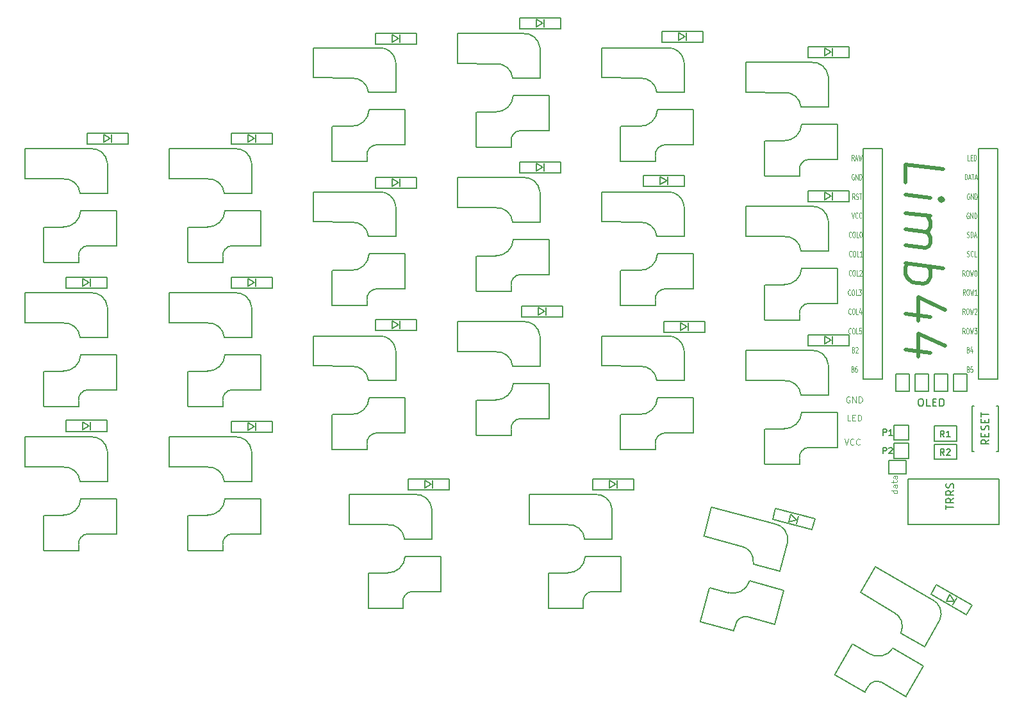
<source format=gbr>
%TF.GenerationSoftware,KiCad,Pcbnew,(5.1.7)-1*%
%TF.CreationDate,2020-11-08T23:06:54+09:00*%
%TF.ProjectId,limb44,6c696d62-3434-42e6-9b69-6361645f7063,rev?*%
%TF.SameCoordinates,Original*%
%TF.FileFunction,Legend,Top*%
%TF.FilePolarity,Positive*%
%FSLAX46Y46*%
G04 Gerber Fmt 4.6, Leading zero omitted, Abs format (unit mm)*
G04 Created by KiCad (PCBNEW (5.1.7)-1) date 2020-11-08 23:06:54*
%MOMM*%
%LPD*%
G01*
G04 APERTURE LIST*
%ADD10C,0.100000*%
%ADD11C,0.500000*%
%ADD12C,0.150000*%
%ADD13C,0.125000*%
G04 APERTURE END LIST*
D10*
X180955904Y-117747952D02*
X180155904Y-117747952D01*
X180917809Y-117747952D02*
X180955904Y-117824142D01*
X180955904Y-117976523D01*
X180917809Y-118052714D01*
X180879714Y-118090809D01*
X180803523Y-118128904D01*
X180574952Y-118128904D01*
X180498761Y-118090809D01*
X180460666Y-118052714D01*
X180422571Y-117976523D01*
X180422571Y-117824142D01*
X180460666Y-117747952D01*
X180955904Y-117024142D02*
X180536857Y-117024142D01*
X180460666Y-117062238D01*
X180422571Y-117138428D01*
X180422571Y-117290809D01*
X180460666Y-117367000D01*
X180917809Y-117024142D02*
X180955904Y-117100333D01*
X180955904Y-117290809D01*
X180917809Y-117367000D01*
X180841619Y-117405095D01*
X180765428Y-117405095D01*
X180689238Y-117367000D01*
X180651142Y-117290809D01*
X180651142Y-117100333D01*
X180613047Y-117024142D01*
X180422571Y-116757476D02*
X180422571Y-116452714D01*
X180155904Y-116643190D02*
X180841619Y-116643190D01*
X180917809Y-116605095D01*
X180955904Y-116528904D01*
X180955904Y-116452714D01*
X180955904Y-115843190D02*
X180536857Y-115843190D01*
X180460666Y-115881285D01*
X180422571Y-115957476D01*
X180422571Y-116109857D01*
X180460666Y-116186047D01*
X180917809Y-115843190D02*
X180955904Y-115919380D01*
X180955904Y-116109857D01*
X180917809Y-116186047D01*
X180841619Y-116224142D01*
X180765428Y-116224142D01*
X180689238Y-116186047D01*
X180651142Y-116109857D01*
X180651142Y-115919380D01*
X180613047Y-115843190D01*
X173939333Y-110940904D02*
X174206000Y-111740904D01*
X174472666Y-110940904D01*
X175196476Y-111664714D02*
X175158380Y-111702809D01*
X175044095Y-111740904D01*
X174967904Y-111740904D01*
X174853619Y-111702809D01*
X174777428Y-111626619D01*
X174739333Y-111550428D01*
X174701238Y-111398047D01*
X174701238Y-111283761D01*
X174739333Y-111131380D01*
X174777428Y-111055190D01*
X174853619Y-110979000D01*
X174967904Y-110940904D01*
X175044095Y-110940904D01*
X175158380Y-110979000D01*
X175196476Y-111017095D01*
X175996476Y-111664714D02*
X175958380Y-111702809D01*
X175844095Y-111740904D01*
X175767904Y-111740904D01*
X175653619Y-111702809D01*
X175577428Y-111626619D01*
X175539333Y-111550428D01*
X175501238Y-111398047D01*
X175501238Y-111283761D01*
X175539333Y-111131380D01*
X175577428Y-111055190D01*
X175653619Y-110979000D01*
X175767904Y-110940904D01*
X175844095Y-110940904D01*
X175958380Y-110979000D01*
X175996476Y-111017095D01*
X174745714Y-108565904D02*
X174364761Y-108565904D01*
X174364761Y-107765904D01*
X175012380Y-108146857D02*
X175279047Y-108146857D01*
X175393333Y-108565904D02*
X175012380Y-108565904D01*
X175012380Y-107765904D01*
X175393333Y-107765904D01*
X175736190Y-108565904D02*
X175736190Y-107765904D01*
X175926666Y-107765904D01*
X176040952Y-107804000D01*
X176117142Y-107880190D01*
X176155238Y-107956380D01*
X176193333Y-108108761D01*
X176193333Y-108223047D01*
X176155238Y-108375428D01*
X176117142Y-108451619D01*
X176040952Y-108527809D01*
X175926666Y-108565904D01*
X175736190Y-108565904D01*
X174650476Y-105391000D02*
X174574285Y-105352904D01*
X174460000Y-105352904D01*
X174345714Y-105391000D01*
X174269523Y-105467190D01*
X174231428Y-105543380D01*
X174193333Y-105695761D01*
X174193333Y-105810047D01*
X174231428Y-105962428D01*
X174269523Y-106038619D01*
X174345714Y-106114809D01*
X174460000Y-106152904D01*
X174536190Y-106152904D01*
X174650476Y-106114809D01*
X174688571Y-106076714D01*
X174688571Y-105810047D01*
X174536190Y-105810047D01*
X175031428Y-106152904D02*
X175031428Y-105352904D01*
X175488571Y-106152904D01*
X175488571Y-105352904D01*
X175869523Y-106152904D02*
X175869523Y-105352904D01*
X176060000Y-105352904D01*
X176174285Y-105391000D01*
X176250476Y-105467190D01*
X176288571Y-105543380D01*
X176326666Y-105695761D01*
X176326666Y-105810047D01*
X176288571Y-105962428D01*
X176250476Y-106038619D01*
X176174285Y-106114809D01*
X176060000Y-106152904D01*
X175869523Y-106152904D01*
D11*
X182015095Y-77023386D02*
X182015095Y-74642434D01*
X187015095Y-75267434D01*
X182015095Y-78690053D02*
X185348428Y-79106720D01*
X187015095Y-79315053D02*
X186777000Y-79047196D01*
X186538904Y-79255529D01*
X186777000Y-79523386D01*
X187015095Y-79315053D01*
X186538904Y-79255529D01*
X182015095Y-81071005D02*
X185348428Y-81487672D01*
X184872238Y-81428148D02*
X185110333Y-81696005D01*
X185348428Y-82201958D01*
X185348428Y-82916244D01*
X185110333Y-83362672D01*
X184634142Y-83541244D01*
X182015095Y-83213863D01*
X184634142Y-83541244D02*
X185110333Y-83838863D01*
X185348428Y-84344815D01*
X185348428Y-85059101D01*
X185110333Y-85505529D01*
X184634142Y-85684101D01*
X182015095Y-85356720D01*
X182015095Y-87737672D02*
X187015095Y-88362672D01*
X185110333Y-88124577D02*
X185348428Y-88630529D01*
X185348428Y-89582910D01*
X185110333Y-90029339D01*
X184872238Y-90237672D01*
X184396047Y-90416244D01*
X182967476Y-90237672D01*
X182491285Y-89940053D01*
X182253190Y-89672196D01*
X182015095Y-89166244D01*
X182015095Y-88213863D01*
X182253190Y-87767434D01*
X185348428Y-94821005D02*
X182015095Y-94404339D01*
X187253190Y-93868625D02*
X183681761Y-92231720D01*
X183681761Y-95326958D01*
X185348428Y-99582910D02*
X182015095Y-99166244D01*
X187253190Y-98630529D02*
X183681761Y-96993625D01*
X183681761Y-100088863D01*
D12*
%TO.C,SW5*%
X152785000Y-65144000D02*
X149175000Y-65144000D01*
X152785000Y-61190000D02*
X152785000Y-65135000D01*
X141885000Y-59236000D02*
X150510000Y-59236000D01*
X141885000Y-63144000D02*
X141885000Y-59236000D01*
X141885000Y-63190000D02*
X146935000Y-63236000D01*
X144410000Y-74265000D02*
X148960000Y-74265000D01*
X144410000Y-69615000D02*
X146960000Y-69615000D01*
X149260000Y-67415000D02*
X153960000Y-67415000D01*
X150185000Y-72065000D02*
X153960000Y-72065000D01*
X144385000Y-69640000D02*
X144385000Y-74240000D01*
X153960000Y-67440000D02*
X153985000Y-72040000D01*
X148965000Y-73540000D02*
X148965000Y-74240000D01*
X152774000Y-61120000D02*
G75*
G03*
X150510000Y-59236000I-2074000J-190000D01*
G01*
X149170000Y-65120000D02*
G75*
G03*
X146910000Y-63240000I-2070000J-190000D01*
G01*
X149255000Y-67440000D02*
G75*
G02*
X146885000Y-69610000I-2270000J100000D01*
G01*
X148965000Y-73490000D02*
G75*
G02*
X150185000Y-72070000I1320000J100000D01*
G01*
%TO.C,P1*%
X180483000Y-109109000D02*
X180483000Y-111109000D01*
X180483000Y-111109000D02*
X182483000Y-111109000D01*
X182483000Y-111109000D02*
X182483000Y-109109000D01*
X182483000Y-109109000D02*
X180483000Y-109109000D01*
%TO.C,P2*%
X182483000Y-111522000D02*
X180483000Y-111522000D01*
X182483000Y-113522000D02*
X182483000Y-111522000D01*
X180483000Y-113522000D02*
X182483000Y-113522000D01*
X180483000Y-111522000D02*
X180483000Y-113522000D01*
%TO.C,JP1*%
X179832000Y-113792000D02*
X182118000Y-113792000D01*
X182118000Y-113792000D02*
X182118000Y-115570000D01*
X182118000Y-115570000D02*
X179832000Y-115570000D01*
X179832000Y-115570000D02*
X179832000Y-113792000D01*
%TO.C,SW1*%
X72765000Y-86865000D02*
X72765000Y-87565000D01*
X77760000Y-80765000D02*
X77785000Y-85365000D01*
X68185000Y-82965000D02*
X68185000Y-87565000D01*
X73985000Y-85390000D02*
X77760000Y-85390000D01*
X73060000Y-80740000D02*
X77760000Y-80740000D01*
X68210000Y-82940000D02*
X70760000Y-82940000D01*
X68210000Y-87590000D02*
X72760000Y-87590000D01*
X65685000Y-76515000D02*
X70735000Y-76561000D01*
X65685000Y-76469000D02*
X65685000Y-72561000D01*
X65685000Y-72561000D02*
X74310000Y-72561000D01*
X76585000Y-74515000D02*
X76585000Y-78460000D01*
X76585000Y-78469000D02*
X72975000Y-78469000D01*
X72765000Y-86815000D02*
G75*
G02*
X73985000Y-85395000I1320000J100000D01*
G01*
X73055000Y-80765000D02*
G75*
G02*
X70685000Y-82935000I-2270000J100000D01*
G01*
X72970000Y-78445000D02*
G75*
G03*
X70710000Y-76565000I-2070000J-190000D01*
G01*
X76574000Y-74445000D02*
G75*
G03*
X74310000Y-72561000I-2074000J-190000D01*
G01*
%TO.C,SW18*%
X171835000Y-105139000D02*
X168225000Y-105139000D01*
X171835000Y-101185000D02*
X171835000Y-105130000D01*
X160935000Y-99231000D02*
X169560000Y-99231000D01*
X160935000Y-103139000D02*
X160935000Y-99231000D01*
X160935000Y-103185000D02*
X165985000Y-103231000D01*
X163460000Y-114260000D02*
X168010000Y-114260000D01*
X163460000Y-109610000D02*
X166010000Y-109610000D01*
X168310000Y-107410000D02*
X173010000Y-107410000D01*
X169235000Y-112060000D02*
X173010000Y-112060000D01*
X163435000Y-109635000D02*
X163435000Y-114235000D01*
X173010000Y-107435000D02*
X173035000Y-112035000D01*
X168015000Y-113535000D02*
X168015000Y-114235000D01*
X171824000Y-101115000D02*
G75*
G03*
X169560000Y-99231000I-2074000J-190000D01*
G01*
X168220000Y-105115000D02*
G75*
G03*
X165960000Y-103235000I-2070000J-190000D01*
G01*
X168305000Y-107435000D02*
G75*
G02*
X165935000Y-109605000I-2270000J100000D01*
G01*
X168015000Y-113485000D02*
G75*
G02*
X169235000Y-112065000I1320000J100000D01*
G01*
%TO.C,SW22*%
X177034538Y-143775191D02*
X176684538Y-144381408D01*
X184410335Y-140989936D02*
X182131985Y-144986152D01*
X175018142Y-138107691D02*
X172718142Y-142091408D01*
X178828589Y-143107803D02*
X182097835Y-144995303D01*
X180352515Y-138618285D02*
X184422835Y-140968285D01*
X175052292Y-138098541D02*
X177260657Y-139373541D01*
X172727292Y-142125559D02*
X176667708Y-144400559D01*
X176078078Y-131271828D02*
X180428506Y-133836665D01*
X176101078Y-131231990D02*
X178055078Y-127847563D01*
X178055078Y-127847563D02*
X185524547Y-132160063D01*
X186517755Y-134989777D02*
X184545255Y-138406247D01*
X184540755Y-138414041D02*
X181414403Y-136609041D01*
X177059537Y-143731889D02*
G75*
G02*
X178826089Y-143112133I1193154J-573398D01*
G01*
X180335686Y-138637436D02*
G75*
G02*
X177198205Y-139331711I-1915878J1221603D01*
G01*
X181422073Y-136585756D02*
G75*
G03*
X180404856Y-133827629I-1887672J870455D01*
G01*
X186543229Y-134923655D02*
G75*
G03*
X185524547Y-132160063I-1891137J872455D01*
G01*
%TO.C,SW12*%
X171835000Y-86089000D02*
X168225000Y-86089000D01*
X171835000Y-82135000D02*
X171835000Y-86080000D01*
X160935000Y-80181000D02*
X169560000Y-80181000D01*
X160935000Y-84089000D02*
X160935000Y-80181000D01*
X160935000Y-84135000D02*
X165985000Y-84181000D01*
X163460000Y-95210000D02*
X168010000Y-95210000D01*
X163460000Y-90560000D02*
X166010000Y-90560000D01*
X168310000Y-88360000D02*
X173010000Y-88360000D01*
X169235000Y-93010000D02*
X173010000Y-93010000D01*
X163435000Y-90585000D02*
X163435000Y-95185000D01*
X173010000Y-88385000D02*
X173035000Y-92985000D01*
X168015000Y-94485000D02*
X168015000Y-95185000D01*
X171824000Y-82065000D02*
G75*
G03*
X169560000Y-80181000I-2074000J-190000D01*
G01*
X168220000Y-86065000D02*
G75*
G03*
X165960000Y-84185000I-2070000J-190000D01*
G01*
X168305000Y-88385000D02*
G75*
G02*
X165935000Y-90555000I-2270000J100000D01*
G01*
X168015000Y-94435000D02*
G75*
G02*
X169235000Y-93015000I1320000J100000D01*
G01*
%TO.C,SW4*%
X133735000Y-63249000D02*
X130125000Y-63249000D01*
X133735000Y-59295000D02*
X133735000Y-63240000D01*
X122835000Y-57341000D02*
X131460000Y-57341000D01*
X122835000Y-61249000D02*
X122835000Y-57341000D01*
X122835000Y-61295000D02*
X127885000Y-61341000D01*
X125360000Y-72370000D02*
X129910000Y-72370000D01*
X125360000Y-67720000D02*
X127910000Y-67720000D01*
X130210000Y-65520000D02*
X134910000Y-65520000D01*
X131135000Y-70170000D02*
X134910000Y-70170000D01*
X125335000Y-67745000D02*
X125335000Y-72345000D01*
X134910000Y-65545000D02*
X134935000Y-70145000D01*
X129915000Y-71645000D02*
X129915000Y-72345000D01*
X133724000Y-59225000D02*
G75*
G03*
X131460000Y-57341000I-2074000J-190000D01*
G01*
X130120000Y-63225000D02*
G75*
G03*
X127860000Y-61345000I-2070000J-190000D01*
G01*
X130205000Y-65545000D02*
G75*
G02*
X127835000Y-67715000I-2270000J100000D01*
G01*
X129915000Y-71595000D02*
G75*
G02*
X131135000Y-70175000I1320000J100000D01*
G01*
%TO.C,SW13*%
X76585000Y-116569000D02*
X72975000Y-116569000D01*
X76585000Y-112615000D02*
X76585000Y-116560000D01*
X65685000Y-110661000D02*
X74310000Y-110661000D01*
X65685000Y-114569000D02*
X65685000Y-110661000D01*
X65685000Y-114615000D02*
X70735000Y-114661000D01*
X68210000Y-125690000D02*
X72760000Y-125690000D01*
X68210000Y-121040000D02*
X70760000Y-121040000D01*
X73060000Y-118840000D02*
X77760000Y-118840000D01*
X73985000Y-123490000D02*
X77760000Y-123490000D01*
X68185000Y-121065000D02*
X68185000Y-125665000D01*
X77760000Y-118865000D02*
X77785000Y-123465000D01*
X72765000Y-124965000D02*
X72765000Y-125665000D01*
X76574000Y-112545000D02*
G75*
G03*
X74310000Y-110661000I-2074000J-190000D01*
G01*
X72970000Y-116545000D02*
G75*
G03*
X70710000Y-114665000I-2070000J-190000D01*
G01*
X73055000Y-118865000D02*
G75*
G02*
X70685000Y-121035000I-2270000J100000D01*
G01*
X72765000Y-124915000D02*
G75*
G02*
X73985000Y-123495000I1320000J100000D01*
G01*
%TO.C,D11*%
X150614000Y-77325000D02*
X150614000Y-76325000D01*
X150514000Y-76825000D02*
X149614000Y-77325000D01*
X149614000Y-76325000D02*
X150514000Y-76825000D01*
X149614000Y-77325000D02*
X149614000Y-76325000D01*
X147414000Y-77575000D02*
X147414000Y-76075000D01*
X152814000Y-77575000D02*
X152814000Y-76075000D01*
X147414000Y-77575000D02*
X152814000Y-77575000D01*
X152814000Y-76075000D02*
X147414000Y-76075000D01*
%TO.C,SW11*%
X148965000Y-92590000D02*
X148965000Y-93290000D01*
X153960000Y-86490000D02*
X153985000Y-91090000D01*
X144385000Y-88690000D02*
X144385000Y-93290000D01*
X150185000Y-91115000D02*
X153960000Y-91115000D01*
X149260000Y-86465000D02*
X153960000Y-86465000D01*
X144410000Y-88665000D02*
X146960000Y-88665000D01*
X144410000Y-93315000D02*
X148960000Y-93315000D01*
X141885000Y-82240000D02*
X146935000Y-82286000D01*
X141885000Y-82194000D02*
X141885000Y-78286000D01*
X141885000Y-78286000D02*
X150510000Y-78286000D01*
X152785000Y-80240000D02*
X152785000Y-84185000D01*
X152785000Y-84194000D02*
X149175000Y-84194000D01*
X148965000Y-92540000D02*
G75*
G02*
X150185000Y-91120000I1320000J100000D01*
G01*
X149255000Y-86490000D02*
G75*
G02*
X146885000Y-88660000I-2270000J100000D01*
G01*
X149170000Y-84170000D02*
G75*
G03*
X146910000Y-82290000I-2070000J-190000D01*
G01*
X152774000Y-80170000D02*
G75*
G03*
X150510000Y-78286000I-2074000J-190000D01*
G01*
%TO.C,SW8*%
X95635000Y-97519000D02*
X92025000Y-97519000D01*
X95635000Y-93565000D02*
X95635000Y-97510000D01*
X84735000Y-91611000D02*
X93360000Y-91611000D01*
X84735000Y-95519000D02*
X84735000Y-91611000D01*
X84735000Y-95565000D02*
X89785000Y-95611000D01*
X87260000Y-106640000D02*
X91810000Y-106640000D01*
X87260000Y-101990000D02*
X89810000Y-101990000D01*
X92110000Y-99790000D02*
X96810000Y-99790000D01*
X93035000Y-104440000D02*
X96810000Y-104440000D01*
X87235000Y-102015000D02*
X87235000Y-106615000D01*
X96810000Y-99815000D02*
X96835000Y-104415000D01*
X91815000Y-105915000D02*
X91815000Y-106615000D01*
X95624000Y-93495000D02*
G75*
G03*
X93360000Y-91611000I-2074000J-190000D01*
G01*
X92020000Y-97495000D02*
G75*
G03*
X89760000Y-95615000I-2070000J-190000D01*
G01*
X92105000Y-99815000D02*
G75*
G02*
X89735000Y-101985000I-2270000J100000D01*
G01*
X91815000Y-105865000D02*
G75*
G02*
X93035000Y-104445000I1320000J100000D01*
G01*
%TO.C,SW7*%
X72765000Y-105915000D02*
X72765000Y-106615000D01*
X77760000Y-99815000D02*
X77785000Y-104415000D01*
X68185000Y-102015000D02*
X68185000Y-106615000D01*
X73985000Y-104440000D02*
X77760000Y-104440000D01*
X73060000Y-99790000D02*
X77760000Y-99790000D01*
X68210000Y-101990000D02*
X70760000Y-101990000D01*
X68210000Y-106640000D02*
X72760000Y-106640000D01*
X65685000Y-95565000D02*
X70735000Y-95611000D01*
X65685000Y-95519000D02*
X65685000Y-91611000D01*
X65685000Y-91611000D02*
X74310000Y-91611000D01*
X76585000Y-93565000D02*
X76585000Y-97510000D01*
X76585000Y-97519000D02*
X72975000Y-97519000D01*
X72765000Y-105865000D02*
G75*
G02*
X73985000Y-104445000I1320000J100000D01*
G01*
X73055000Y-99815000D02*
G75*
G02*
X70685000Y-101985000I-2270000J100000D01*
G01*
X72970000Y-97495000D02*
G75*
G03*
X70710000Y-95615000I-2070000J-190000D01*
G01*
X76574000Y-93495000D02*
G75*
G03*
X74310000Y-91611000I-2074000J-190000D01*
G01*
%TO.C,J1*%
X194387000Y-116253000D02*
X194387000Y-122253000D01*
X194387000Y-122253000D02*
X182387000Y-122253000D01*
X182387000Y-122253000D02*
X182387000Y-116253000D01*
X182387000Y-116253000D02*
X194387000Y-116253000D01*
%TO.C,RSW1*%
X190837000Y-106601000D02*
X191087000Y-106601000D01*
X190837000Y-112601000D02*
X190837000Y-106601000D01*
X190837000Y-112601000D02*
X191087000Y-112601000D01*
X194337000Y-112601000D02*
X194087000Y-112601000D01*
X194337000Y-106601000D02*
X194087000Y-106601000D01*
X194337000Y-112601000D02*
X194337000Y-106601000D01*
%TO.C,SW2*%
X95635000Y-78469000D02*
X92025000Y-78469000D01*
X95635000Y-74515000D02*
X95635000Y-78460000D01*
X84735000Y-72561000D02*
X93360000Y-72561000D01*
X84735000Y-76469000D02*
X84735000Y-72561000D01*
X84735000Y-76515000D02*
X89785000Y-76561000D01*
X87260000Y-87590000D02*
X91810000Y-87590000D01*
X87260000Y-82940000D02*
X89810000Y-82940000D01*
X92110000Y-80740000D02*
X96810000Y-80740000D01*
X93035000Y-85390000D02*
X96810000Y-85390000D01*
X87235000Y-82965000D02*
X87235000Y-87565000D01*
X96810000Y-80765000D02*
X96835000Y-85365000D01*
X91815000Y-86865000D02*
X91815000Y-87565000D01*
X95624000Y-74445000D02*
G75*
G03*
X93360000Y-72561000I-2074000J-190000D01*
G01*
X92020000Y-78445000D02*
G75*
G03*
X89760000Y-76565000I-2070000J-190000D01*
G01*
X92105000Y-80765000D02*
G75*
G02*
X89735000Y-82935000I-2270000J100000D01*
G01*
X91815000Y-86815000D02*
G75*
G02*
X93035000Y-85395000I1320000J100000D01*
G01*
%TO.C,SW3*%
X114685000Y-65144000D02*
X111075000Y-65144000D01*
X114685000Y-61190000D02*
X114685000Y-65135000D01*
X103785000Y-59236000D02*
X112410000Y-59236000D01*
X103785000Y-63144000D02*
X103785000Y-59236000D01*
X103785000Y-63190000D02*
X108835000Y-63236000D01*
X106310000Y-74265000D02*
X110860000Y-74265000D01*
X106310000Y-69615000D02*
X108860000Y-69615000D01*
X111160000Y-67415000D02*
X115860000Y-67415000D01*
X112085000Y-72065000D02*
X115860000Y-72065000D01*
X106285000Y-69640000D02*
X106285000Y-74240000D01*
X115860000Y-67440000D02*
X115885000Y-72040000D01*
X110865000Y-73540000D02*
X110865000Y-74240000D01*
X114674000Y-61120000D02*
G75*
G03*
X112410000Y-59236000I-2074000J-190000D01*
G01*
X111070000Y-65120000D02*
G75*
G03*
X108810000Y-63240000I-2070000J-190000D01*
G01*
X111155000Y-67440000D02*
G75*
G02*
X108785000Y-69610000I-2270000J100000D01*
G01*
X110865000Y-73490000D02*
G75*
G02*
X112085000Y-72070000I1320000J100000D01*
G01*
%TO.C,SW6*%
X168015000Y-75455000D02*
X168015000Y-76155000D01*
X173010000Y-69355000D02*
X173035000Y-73955000D01*
X163435000Y-71555000D02*
X163435000Y-76155000D01*
X169235000Y-73980000D02*
X173010000Y-73980000D01*
X168310000Y-69330000D02*
X173010000Y-69330000D01*
X163460000Y-71530000D02*
X166010000Y-71530000D01*
X163460000Y-76180000D02*
X168010000Y-76180000D01*
X160935000Y-65105000D02*
X165985000Y-65151000D01*
X160935000Y-65059000D02*
X160935000Y-61151000D01*
X160935000Y-61151000D02*
X169560000Y-61151000D01*
X171835000Y-63105000D02*
X171835000Y-67050000D01*
X171835000Y-67059000D02*
X168225000Y-67059000D01*
X168015000Y-75405000D02*
G75*
G02*
X169235000Y-73985000I1320000J100000D01*
G01*
X168305000Y-69355000D02*
G75*
G02*
X165935000Y-71525000I-2270000J100000D01*
G01*
X168220000Y-67035000D02*
G75*
G03*
X165960000Y-65155000I-2070000J-190000D01*
G01*
X171824000Y-63035000D02*
G75*
G03*
X169560000Y-61151000I-2074000J-190000D01*
G01*
%TO.C,SW9*%
X110865000Y-92590000D02*
X110865000Y-93290000D01*
X115860000Y-86490000D02*
X115885000Y-91090000D01*
X106285000Y-88690000D02*
X106285000Y-93290000D01*
X112085000Y-91115000D02*
X115860000Y-91115000D01*
X111160000Y-86465000D02*
X115860000Y-86465000D01*
X106310000Y-88665000D02*
X108860000Y-88665000D01*
X106310000Y-93315000D02*
X110860000Y-93315000D01*
X103785000Y-82240000D02*
X108835000Y-82286000D01*
X103785000Y-82194000D02*
X103785000Y-78286000D01*
X103785000Y-78286000D02*
X112410000Y-78286000D01*
X114685000Y-80240000D02*
X114685000Y-84185000D01*
X114685000Y-84194000D02*
X111075000Y-84194000D01*
X110865000Y-92540000D02*
G75*
G02*
X112085000Y-91120000I1320000J100000D01*
G01*
X111155000Y-86490000D02*
G75*
G02*
X108785000Y-88660000I-2270000J100000D01*
G01*
X111070000Y-84170000D02*
G75*
G03*
X108810000Y-82290000I-2070000J-190000D01*
G01*
X114674000Y-80170000D02*
G75*
G03*
X112410000Y-78286000I-2074000J-190000D01*
G01*
%TO.C,SW10*%
X129915000Y-90675000D02*
X129915000Y-91375000D01*
X134910000Y-84575000D02*
X134935000Y-89175000D01*
X125335000Y-86775000D02*
X125335000Y-91375000D01*
X131135000Y-89200000D02*
X134910000Y-89200000D01*
X130210000Y-84550000D02*
X134910000Y-84550000D01*
X125360000Y-86750000D02*
X127910000Y-86750000D01*
X125360000Y-91400000D02*
X129910000Y-91400000D01*
X122835000Y-80325000D02*
X127885000Y-80371000D01*
X122835000Y-80279000D02*
X122835000Y-76371000D01*
X122835000Y-76371000D02*
X131460000Y-76371000D01*
X133735000Y-78325000D02*
X133735000Y-82270000D01*
X133735000Y-82279000D02*
X130125000Y-82279000D01*
X129915000Y-90625000D02*
G75*
G02*
X131135000Y-89205000I1320000J100000D01*
G01*
X130205000Y-84575000D02*
G75*
G02*
X127835000Y-86745000I-2270000J100000D01*
G01*
X130120000Y-82255000D02*
G75*
G03*
X127860000Y-80375000I-2070000J-190000D01*
G01*
X133724000Y-78255000D02*
G75*
G03*
X131460000Y-76371000I-2074000J-190000D01*
G01*
%TO.C,SW14*%
X91815000Y-124965000D02*
X91815000Y-125665000D01*
X96810000Y-118865000D02*
X96835000Y-123465000D01*
X87235000Y-121065000D02*
X87235000Y-125665000D01*
X93035000Y-123490000D02*
X96810000Y-123490000D01*
X92110000Y-118840000D02*
X96810000Y-118840000D01*
X87260000Y-121040000D02*
X89810000Y-121040000D01*
X87260000Y-125690000D02*
X91810000Y-125690000D01*
X84735000Y-114615000D02*
X89785000Y-114661000D01*
X84735000Y-114569000D02*
X84735000Y-110661000D01*
X84735000Y-110661000D02*
X93360000Y-110661000D01*
X95635000Y-112615000D02*
X95635000Y-116560000D01*
X95635000Y-116569000D02*
X92025000Y-116569000D01*
X91815000Y-124915000D02*
G75*
G02*
X93035000Y-123495000I1320000J100000D01*
G01*
X92105000Y-118865000D02*
G75*
G02*
X89735000Y-121035000I-2270000J100000D01*
G01*
X92020000Y-116545000D02*
G75*
G03*
X89760000Y-114665000I-2070000J-190000D01*
G01*
X95624000Y-112545000D02*
G75*
G03*
X93360000Y-110661000I-2074000J-190000D01*
G01*
%TO.C,SW15*%
X114685000Y-103244000D02*
X111075000Y-103244000D01*
X114685000Y-99290000D02*
X114685000Y-103235000D01*
X103785000Y-97336000D02*
X112410000Y-97336000D01*
X103785000Y-101244000D02*
X103785000Y-97336000D01*
X103785000Y-101290000D02*
X108835000Y-101336000D01*
X106310000Y-112365000D02*
X110860000Y-112365000D01*
X106310000Y-107715000D02*
X108860000Y-107715000D01*
X111160000Y-105515000D02*
X115860000Y-105515000D01*
X112085000Y-110165000D02*
X115860000Y-110165000D01*
X106285000Y-107740000D02*
X106285000Y-112340000D01*
X115860000Y-105540000D02*
X115885000Y-110140000D01*
X110865000Y-111640000D02*
X110865000Y-112340000D01*
X114674000Y-99220000D02*
G75*
G03*
X112410000Y-97336000I-2074000J-190000D01*
G01*
X111070000Y-103220000D02*
G75*
G03*
X108810000Y-101340000I-2070000J-190000D01*
G01*
X111155000Y-105540000D02*
G75*
G02*
X108785000Y-107710000I-2270000J100000D01*
G01*
X110865000Y-111590000D02*
G75*
G02*
X112085000Y-110170000I1320000J100000D01*
G01*
%TO.C,SW16*%
X129915000Y-109725000D02*
X129915000Y-110425000D01*
X134910000Y-103625000D02*
X134935000Y-108225000D01*
X125335000Y-105825000D02*
X125335000Y-110425000D01*
X131135000Y-108250000D02*
X134910000Y-108250000D01*
X130210000Y-103600000D02*
X134910000Y-103600000D01*
X125360000Y-105800000D02*
X127910000Y-105800000D01*
X125360000Y-110450000D02*
X129910000Y-110450000D01*
X122835000Y-99375000D02*
X127885000Y-99421000D01*
X122835000Y-99329000D02*
X122835000Y-95421000D01*
X122835000Y-95421000D02*
X131460000Y-95421000D01*
X133735000Y-97375000D02*
X133735000Y-101320000D01*
X133735000Y-101329000D02*
X130125000Y-101329000D01*
X129915000Y-109675000D02*
G75*
G02*
X131135000Y-108255000I1320000J100000D01*
G01*
X130205000Y-103625000D02*
G75*
G02*
X127835000Y-105795000I-2270000J100000D01*
G01*
X130120000Y-101305000D02*
G75*
G03*
X127860000Y-99425000I-2070000J-190000D01*
G01*
X133724000Y-97305000D02*
G75*
G03*
X131460000Y-95421000I-2074000J-190000D01*
G01*
%TO.C,SW17*%
X148965000Y-111640000D02*
X148965000Y-112340000D01*
X153960000Y-105540000D02*
X153985000Y-110140000D01*
X144385000Y-107740000D02*
X144385000Y-112340000D01*
X150185000Y-110165000D02*
X153960000Y-110165000D01*
X149260000Y-105515000D02*
X153960000Y-105515000D01*
X144410000Y-107715000D02*
X146960000Y-107715000D01*
X144410000Y-112365000D02*
X148960000Y-112365000D01*
X141885000Y-101290000D02*
X146935000Y-101336000D01*
X141885000Y-101244000D02*
X141885000Y-97336000D01*
X141885000Y-97336000D02*
X150510000Y-97336000D01*
X152785000Y-99290000D02*
X152785000Y-103235000D01*
X152785000Y-103244000D02*
X149175000Y-103244000D01*
X148965000Y-111590000D02*
G75*
G02*
X150185000Y-110170000I1320000J100000D01*
G01*
X149255000Y-105540000D02*
G75*
G02*
X146885000Y-107710000I-2270000J100000D01*
G01*
X149170000Y-103220000D02*
G75*
G03*
X146910000Y-101340000I-2070000J-190000D01*
G01*
X152774000Y-99220000D02*
G75*
G03*
X150510000Y-97336000I-2074000J-190000D01*
G01*
%TO.C,SW19*%
X115620000Y-132585000D02*
X115620000Y-133285000D01*
X120615000Y-126485000D02*
X120639999Y-131085000D01*
X111040000Y-128684999D02*
X111040000Y-133285000D01*
X116840000Y-131110000D02*
X120615000Y-131110000D01*
X115915000Y-126460000D02*
X120615000Y-126460000D01*
X111065000Y-128660000D02*
X113615000Y-128660000D01*
X111065000Y-133310000D02*
X115615000Y-133310000D01*
X108540000Y-122235000D02*
X113590000Y-122281000D01*
X108540000Y-122189000D02*
X108540000Y-118281000D01*
X108540000Y-118281000D02*
X117165000Y-118281000D01*
X119440000Y-120235000D02*
X119440000Y-124180000D01*
X119440000Y-124189000D02*
X115830000Y-124189000D01*
X115620000Y-132535000D02*
G75*
G02*
X116840000Y-131115000I1320000J100000D01*
G01*
X115910000Y-126485000D02*
G75*
G02*
X113540000Y-128655000I-2270000J100000D01*
G01*
X115824999Y-124164999D02*
G75*
G03*
X113565000Y-122285000I-2069999J-190000D01*
G01*
X119429000Y-120165000D02*
G75*
G03*
X117165000Y-118281000I-2074000J-190000D01*
G01*
%TO.C,SW20*%
X139430000Y-132585000D02*
X139430000Y-133285000D01*
X144425000Y-126485000D02*
X144450000Y-131085000D01*
X134850000Y-128685000D02*
X134850000Y-133285000D01*
X140650000Y-131110000D02*
X144425000Y-131110000D01*
X139725000Y-126460000D02*
X144425000Y-126460000D01*
X134875000Y-128660000D02*
X137425000Y-128660000D01*
X134875000Y-133310000D02*
X139425000Y-133310000D01*
X132350000Y-122235000D02*
X137400000Y-122281000D01*
X132350000Y-122189000D02*
X132350000Y-118281000D01*
X132350000Y-118281000D02*
X140975000Y-118281000D01*
X143250000Y-120235000D02*
X143250000Y-124180000D01*
X143250000Y-124189000D02*
X139640000Y-124189000D01*
X139430000Y-132535000D02*
G75*
G02*
X140650000Y-131115000I1320000J100000D01*
G01*
X139720000Y-126485000D02*
G75*
G02*
X137350000Y-128655000I-2270000J100000D01*
G01*
X139635000Y-124165000D02*
G75*
G03*
X137375000Y-122285000I-2070000J-190000D01*
G01*
X143239000Y-120165000D02*
G75*
G03*
X140975000Y-118281000I-2074000J-190000D01*
G01*
%TO.C,SW21*%
X165409049Y-128463327D02*
X161922057Y-127528990D01*
X166432420Y-124644056D02*
X165411379Y-128454633D01*
X156409561Y-119935509D02*
X164740671Y-122167824D01*
X155398096Y-123710347D02*
X156409561Y-119935509D01*
X155386190Y-123754780D02*
X160252210Y-125106249D01*
X154958732Y-135105927D02*
X159353695Y-136283553D01*
X156162241Y-130614372D02*
X158625352Y-131274360D01*
X161416383Y-129744607D02*
X165956234Y-130961057D01*
X161106356Y-134475570D02*
X164752726Y-135452612D01*
X156131622Y-130632049D02*
X154941054Y-135075308D01*
X165949764Y-130985205D02*
X164783344Y-135434934D01*
X159546168Y-135584551D02*
X159364995Y-136260699D01*
X166439911Y-124573594D02*
G75*
G03*
X164740671Y-122167824I-2052505J353265D01*
G01*
X161923439Y-127504514D02*
G75*
G03*
X160227027Y-125103642I-2048642J352230D01*
G01*
X161405083Y-129767461D02*
G75*
G02*
X158554201Y-131250119I-2166770J684112D01*
G01*
X159559109Y-135536254D02*
G75*
G02*
X161105062Y-134480399I1300904J-245049D01*
G01*
%TO.C,U1*%
X176459400Y-72517000D02*
X178999400Y-72517000D01*
X178999400Y-72517000D02*
X178999400Y-102997000D01*
X178999400Y-102997000D02*
X176459400Y-102997000D01*
X176459400Y-102997000D02*
X176459400Y-72517000D01*
X191679400Y-72517000D02*
X194219400Y-72517000D01*
X194219400Y-72517000D02*
X194219400Y-102997000D01*
X194219400Y-102997000D02*
X191679400Y-102997000D01*
X191679400Y-102997000D02*
X191679400Y-72517000D01*
%TO.C,D1*%
X79284000Y-70487000D02*
X73884000Y-70487000D01*
X73884000Y-71987000D02*
X79284000Y-71987000D01*
X79284000Y-71987000D02*
X79284000Y-70487000D01*
X73884000Y-71987000D02*
X73884000Y-70487000D01*
X76084000Y-71737000D02*
X76084000Y-70737000D01*
X76084000Y-70737000D02*
X76984000Y-71237000D01*
X76984000Y-71237000D02*
X76084000Y-71737000D01*
X77084000Y-71737000D02*
X77084000Y-70737000D01*
%TO.C,D2*%
X98334000Y-70487000D02*
X92934000Y-70487000D01*
X92934000Y-71987000D02*
X98334000Y-71987000D01*
X98334000Y-71987000D02*
X98334000Y-70487000D01*
X92934000Y-71987000D02*
X92934000Y-70487000D01*
X95134000Y-71737000D02*
X95134000Y-70737000D01*
X95134000Y-70737000D02*
X96034000Y-71237000D01*
X96034000Y-71237000D02*
X95134000Y-71737000D01*
X96134000Y-71737000D02*
X96134000Y-70737000D01*
%TO.C,D3*%
X115181000Y-58529000D02*
X115181000Y-57529000D01*
X115081000Y-58029000D02*
X114181000Y-58529000D01*
X114181000Y-57529000D02*
X115081000Y-58029000D01*
X114181000Y-58529000D02*
X114181000Y-57529000D01*
X111981000Y-58779000D02*
X111981000Y-57279000D01*
X117381000Y-58779000D02*
X117381000Y-57279000D01*
X111981000Y-58779000D02*
X117381000Y-58779000D01*
X117381000Y-57279000D02*
X111981000Y-57279000D01*
%TO.C,D4*%
X134234000Y-56497000D02*
X134234000Y-55497000D01*
X134134000Y-55997000D02*
X133234000Y-56497000D01*
X133234000Y-55497000D02*
X134134000Y-55997000D01*
X133234000Y-56497000D02*
X133234000Y-55497000D01*
X131034000Y-56747000D02*
X131034000Y-55247000D01*
X136434000Y-56747000D02*
X136434000Y-55247000D01*
X131034000Y-56747000D02*
X136434000Y-56747000D01*
X136434000Y-55247000D02*
X131034000Y-55247000D01*
%TO.C,D5*%
X153027000Y-58275000D02*
X153027000Y-57275000D01*
X152927000Y-57775000D02*
X152027000Y-58275000D01*
X152027000Y-57275000D02*
X152927000Y-57775000D01*
X152027000Y-58275000D02*
X152027000Y-57275000D01*
X149827000Y-58525000D02*
X149827000Y-57025000D01*
X155227000Y-58525000D02*
X155227000Y-57025000D01*
X149827000Y-58525000D02*
X155227000Y-58525000D01*
X155227000Y-57025000D02*
X149827000Y-57025000D01*
%TO.C,D6*%
X172331000Y-60307000D02*
X172331000Y-59307000D01*
X172231000Y-59807000D02*
X171331000Y-60307000D01*
X171331000Y-59307000D02*
X172231000Y-59807000D01*
X171331000Y-60307000D02*
X171331000Y-59307000D01*
X169131000Y-60557000D02*
X169131000Y-59057000D01*
X174531000Y-60557000D02*
X174531000Y-59057000D01*
X169131000Y-60557000D02*
X174531000Y-60557000D01*
X174531000Y-59057000D02*
X169131000Y-59057000D01*
%TO.C,D7*%
X76487000Y-89537000D02*
X71087000Y-89537000D01*
X71087000Y-91037000D02*
X76487000Y-91037000D01*
X76487000Y-91037000D02*
X76487000Y-89537000D01*
X71087000Y-91037000D02*
X71087000Y-89537000D01*
X73287000Y-90787000D02*
X73287000Y-89787000D01*
X73287000Y-89787000D02*
X74187000Y-90287000D01*
X74187000Y-90287000D02*
X73287000Y-90787000D01*
X74287000Y-90787000D02*
X74287000Y-89787000D01*
%TO.C,D8*%
X96131000Y-90787000D02*
X96131000Y-89787000D01*
X96031000Y-90287000D02*
X95131000Y-90787000D01*
X95131000Y-89787000D02*
X96031000Y-90287000D01*
X95131000Y-90787000D02*
X95131000Y-89787000D01*
X92931000Y-91037000D02*
X92931000Y-89537000D01*
X98331000Y-91037000D02*
X98331000Y-89537000D01*
X92931000Y-91037000D02*
X98331000Y-91037000D01*
X98331000Y-89537000D02*
X92931000Y-89537000D01*
%TO.C,D9*%
X117381000Y-76329000D02*
X111981000Y-76329000D01*
X111981000Y-77829000D02*
X117381000Y-77829000D01*
X117381000Y-77829000D02*
X117381000Y-76329000D01*
X111981000Y-77829000D02*
X111981000Y-76329000D01*
X114181000Y-77579000D02*
X114181000Y-76579000D01*
X114181000Y-76579000D02*
X115081000Y-77079000D01*
X115081000Y-77079000D02*
X114181000Y-77579000D01*
X115181000Y-77579000D02*
X115181000Y-76579000D01*
%TO.C,D10*%
X134231000Y-75547000D02*
X134231000Y-74547000D01*
X134131000Y-75047000D02*
X133231000Y-75547000D01*
X133231000Y-74547000D02*
X134131000Y-75047000D01*
X133231000Y-75547000D02*
X133231000Y-74547000D01*
X131031000Y-75797000D02*
X131031000Y-74297000D01*
X136431000Y-75797000D02*
X136431000Y-74297000D01*
X131031000Y-75797000D02*
X136431000Y-75797000D01*
X136431000Y-74297000D02*
X131031000Y-74297000D01*
%TO.C,D12*%
X174531000Y-78107000D02*
X169131000Y-78107000D01*
X169131000Y-79607000D02*
X174531000Y-79607000D01*
X174531000Y-79607000D02*
X174531000Y-78107000D01*
X169131000Y-79607000D02*
X169131000Y-78107000D01*
X171331000Y-79357000D02*
X171331000Y-78357000D01*
X171331000Y-78357000D02*
X172231000Y-78857000D01*
X172231000Y-78857000D02*
X171331000Y-79357000D01*
X172331000Y-79357000D02*
X172331000Y-78357000D01*
%TO.C,D13*%
X74287000Y-109710000D02*
X74287000Y-108710000D01*
X74187000Y-109210000D02*
X73287000Y-109710000D01*
X73287000Y-108710000D02*
X74187000Y-109210000D01*
X73287000Y-109710000D02*
X73287000Y-108710000D01*
X71087000Y-109960000D02*
X71087000Y-108460000D01*
X76487000Y-109960000D02*
X76487000Y-108460000D01*
X71087000Y-109960000D02*
X76487000Y-109960000D01*
X76487000Y-108460000D02*
X71087000Y-108460000D01*
%TO.C,D14*%
X96134000Y-109837000D02*
X96134000Y-108837000D01*
X96034000Y-109337000D02*
X95134000Y-109837000D01*
X95134000Y-108837000D02*
X96034000Y-109337000D01*
X95134000Y-109837000D02*
X95134000Y-108837000D01*
X92934000Y-110087000D02*
X92934000Y-108587000D01*
X98334000Y-110087000D02*
X98334000Y-108587000D01*
X92934000Y-110087000D02*
X98334000Y-110087000D01*
X98334000Y-108587000D02*
X92934000Y-108587000D01*
%TO.C,D15*%
X117384000Y-95125000D02*
X111984000Y-95125000D01*
X111984000Y-96625000D02*
X117384000Y-96625000D01*
X117384000Y-96625000D02*
X117384000Y-95125000D01*
X111984000Y-96625000D02*
X111984000Y-95125000D01*
X114184000Y-96375000D02*
X114184000Y-95375000D01*
X114184000Y-95375000D02*
X115084000Y-95875000D01*
X115084000Y-95875000D02*
X114184000Y-96375000D01*
X115184000Y-96375000D02*
X115184000Y-95375000D01*
%TO.C,D16*%
X136685000Y-93347000D02*
X131285000Y-93347000D01*
X131285000Y-94847000D02*
X136685000Y-94847000D01*
X136685000Y-94847000D02*
X136685000Y-93347000D01*
X131285000Y-94847000D02*
X131285000Y-93347000D01*
X133485000Y-94597000D02*
X133485000Y-93597000D01*
X133485000Y-93597000D02*
X134385000Y-94097000D01*
X134385000Y-94097000D02*
X133485000Y-94597000D01*
X134485000Y-94597000D02*
X134485000Y-93597000D01*
%TO.C,D17*%
X155484000Y-95379000D02*
X150084000Y-95379000D01*
X150084000Y-96879000D02*
X155484000Y-96879000D01*
X155484000Y-96879000D02*
X155484000Y-95379000D01*
X150084000Y-96879000D02*
X150084000Y-95379000D01*
X152284000Y-96629000D02*
X152284000Y-95629000D01*
X152284000Y-95629000D02*
X153184000Y-96129000D01*
X153184000Y-96129000D02*
X152284000Y-96629000D01*
X153284000Y-96629000D02*
X153284000Y-95629000D01*
%TO.C,D18*%
X172331000Y-98407000D02*
X172331000Y-97407000D01*
X172231000Y-97907000D02*
X171331000Y-98407000D01*
X171331000Y-97407000D02*
X172231000Y-97907000D01*
X171331000Y-98407000D02*
X171331000Y-97407000D01*
X169131000Y-98657000D02*
X169131000Y-97157000D01*
X174531000Y-98657000D02*
X174531000Y-97157000D01*
X169131000Y-98657000D02*
X174531000Y-98657000D01*
X174531000Y-97157000D02*
X169131000Y-97157000D01*
%TO.C,D19*%
X121699000Y-116207000D02*
X116299000Y-116207000D01*
X116299000Y-117707000D02*
X121699000Y-117707000D01*
X121699000Y-117707000D02*
X121699000Y-116207000D01*
X116299000Y-117707000D02*
X116299000Y-116207000D01*
X118499000Y-117457000D02*
X118499000Y-116457000D01*
X118499000Y-116457000D02*
X119399000Y-116957000D01*
X119399000Y-116957000D02*
X118499000Y-117457000D01*
X119499000Y-117457000D02*
X119499000Y-116457000D01*
%TO.C,D20*%
X146086000Y-116207000D02*
X140686000Y-116207000D01*
X140686000Y-117707000D02*
X146086000Y-117707000D01*
X146086000Y-117707000D02*
X146086000Y-116207000D01*
X140686000Y-117707000D02*
X140686000Y-116207000D01*
X142886000Y-117457000D02*
X142886000Y-116457000D01*
X142886000Y-116457000D02*
X143786000Y-116957000D01*
X143786000Y-116957000D02*
X142886000Y-117457000D01*
X143886000Y-117457000D02*
X143886000Y-116457000D01*
%TO.C,D21*%
X170061114Y-121503367D02*
X164845115Y-120105744D01*
X164456886Y-121554633D02*
X169672885Y-122952256D01*
X169672885Y-122952256D02*
X170061114Y-121503367D01*
X164456886Y-121554633D02*
X164845115Y-120105744D01*
X166646628Y-121882553D02*
X166905447Y-120916628D01*
X166905447Y-120916628D02*
X167645370Y-121632528D01*
X167645370Y-121632528D02*
X166646628Y-121882553D01*
X167612553Y-122141372D02*
X167871372Y-121175447D01*
%TO.C,D22*%
X188270013Y-132880013D02*
X188770013Y-132013987D01*
X188433410Y-132397000D02*
X187403987Y-132380013D01*
X187903987Y-131513987D02*
X188433410Y-132397000D01*
X187403987Y-132380013D02*
X187903987Y-131513987D01*
X185373731Y-131496519D02*
X186123731Y-130197481D01*
X190050269Y-134196519D02*
X190800269Y-132897481D01*
X185373731Y-131496519D02*
X190050269Y-134196519D01*
X190800269Y-132897481D02*
X186123731Y-130197481D01*
%TO.C,JP2*%
X188341000Y-104640380D02*
X188341000Y-102354380D01*
X188341000Y-102354380D02*
X190119000Y-102354380D01*
X190119000Y-102354380D02*
X190119000Y-104640380D01*
X190119000Y-104640380D02*
X188341000Y-104640380D01*
%TO.C,JP3*%
X187579000Y-104648000D02*
X185801000Y-104648000D01*
X187579000Y-102362000D02*
X187579000Y-104648000D01*
X185801000Y-102362000D02*
X187579000Y-102362000D01*
X185801000Y-104648000D02*
X185801000Y-102362000D01*
%TO.C,JP4*%
X183261000Y-104648000D02*
X183261000Y-102362000D01*
X183261000Y-102362000D02*
X185039000Y-102362000D01*
X185039000Y-102362000D02*
X185039000Y-104648000D01*
X185039000Y-104648000D02*
X183261000Y-104648000D01*
%TO.C,JP5*%
X180721000Y-104648000D02*
X180721000Y-102362000D01*
X180721000Y-102362000D02*
X182499000Y-102362000D01*
X182499000Y-102362000D02*
X182499000Y-104648000D01*
X182499000Y-104648000D02*
X180721000Y-104648000D01*
%TO.C,R1*%
X185823860Y-111236760D02*
X188826140Y-111236760D01*
X185823860Y-109235240D02*
X185823860Y-111236760D01*
X188826140Y-109235240D02*
X185823860Y-109235240D01*
X188826140Y-111236760D02*
X188826140Y-109235240D01*
%TO.C,R2*%
X188826140Y-113649760D02*
X188826140Y-111648240D01*
X188826140Y-111648240D02*
X185823860Y-111648240D01*
X185823860Y-111648240D02*
X185823860Y-113649760D01*
X185823860Y-113649760D02*
X188826140Y-113649760D01*
%TO.C,P1*%
X179083076Y-110476695D02*
X179083076Y-109663895D01*
X179392714Y-109663895D01*
X179470123Y-109702600D01*
X179508828Y-109741304D01*
X179547533Y-109818714D01*
X179547533Y-109934828D01*
X179508828Y-110012238D01*
X179470123Y-110050942D01*
X179392714Y-110089647D01*
X179083076Y-110089647D01*
X180321628Y-110476695D02*
X179857171Y-110476695D01*
X180089400Y-110476695D02*
X180089400Y-109663895D01*
X180011990Y-109780009D01*
X179934580Y-109857419D01*
X179857171Y-109896123D01*
%TO.C,P2*%
X179083076Y-112889695D02*
X179083076Y-112076895D01*
X179392714Y-112076895D01*
X179470123Y-112115600D01*
X179508828Y-112154304D01*
X179547533Y-112231714D01*
X179547533Y-112347828D01*
X179508828Y-112425238D01*
X179470123Y-112463942D01*
X179392714Y-112502647D01*
X179083076Y-112502647D01*
X179857171Y-112154304D02*
X179895876Y-112115600D01*
X179973285Y-112076895D01*
X180166809Y-112076895D01*
X180244219Y-112115600D01*
X180282923Y-112154304D01*
X180321628Y-112231714D01*
X180321628Y-112309123D01*
X180282923Y-112425238D01*
X179818466Y-112889695D01*
X180321628Y-112889695D01*
%TO.C,*%
X183967619Y-105624380D02*
X184158095Y-105624380D01*
X184253333Y-105672000D01*
X184348571Y-105767238D01*
X184396190Y-105957714D01*
X184396190Y-106291047D01*
X184348571Y-106481523D01*
X184253333Y-106576761D01*
X184158095Y-106624380D01*
X183967619Y-106624380D01*
X183872380Y-106576761D01*
X183777142Y-106481523D01*
X183729523Y-106291047D01*
X183729523Y-105957714D01*
X183777142Y-105767238D01*
X183872380Y-105672000D01*
X183967619Y-105624380D01*
X185300952Y-106624380D02*
X184824761Y-106624380D01*
X184824761Y-105624380D01*
X185634285Y-106100571D02*
X185967619Y-106100571D01*
X186110476Y-106624380D02*
X185634285Y-106624380D01*
X185634285Y-105624380D01*
X186110476Y-105624380D01*
X186539047Y-106624380D02*
X186539047Y-105624380D01*
X186777142Y-105624380D01*
X186920000Y-105672000D01*
X187015238Y-105767238D01*
X187062857Y-105862476D01*
X187110476Y-106052952D01*
X187110476Y-106195809D01*
X187062857Y-106386285D01*
X187015238Y-106481523D01*
X186920000Y-106576761D01*
X186777142Y-106624380D01*
X186539047Y-106624380D01*
%TO.C,J1*%
X187389380Y-120264904D02*
X187389380Y-119693476D01*
X188389380Y-119979190D02*
X187389380Y-119979190D01*
X188389380Y-118788714D02*
X187913190Y-119122047D01*
X188389380Y-119360142D02*
X187389380Y-119360142D01*
X187389380Y-118979190D01*
X187437000Y-118883952D01*
X187484619Y-118836333D01*
X187579857Y-118788714D01*
X187722714Y-118788714D01*
X187817952Y-118836333D01*
X187865571Y-118883952D01*
X187913190Y-118979190D01*
X187913190Y-119360142D01*
X188389380Y-117788714D02*
X187913190Y-118122047D01*
X188389380Y-118360142D02*
X187389380Y-118360142D01*
X187389380Y-117979190D01*
X187437000Y-117883952D01*
X187484619Y-117836333D01*
X187579857Y-117788714D01*
X187722714Y-117788714D01*
X187817952Y-117836333D01*
X187865571Y-117883952D01*
X187913190Y-117979190D01*
X187913190Y-118360142D01*
X188341761Y-117407761D02*
X188389380Y-117264904D01*
X188389380Y-117026809D01*
X188341761Y-116931571D01*
X188294142Y-116883952D01*
X188198904Y-116836333D01*
X188103666Y-116836333D01*
X188008428Y-116883952D01*
X187960809Y-116931571D01*
X187913190Y-117026809D01*
X187865571Y-117217285D01*
X187817952Y-117312523D01*
X187770333Y-117360142D01*
X187675095Y-117407761D01*
X187579857Y-117407761D01*
X187484619Y-117360142D01*
X187437000Y-117312523D01*
X187389380Y-117217285D01*
X187389380Y-116979190D01*
X187437000Y-116836333D01*
%TO.C,RSW1*%
X193039380Y-111053380D02*
X192563190Y-111386714D01*
X193039380Y-111624809D02*
X192039380Y-111624809D01*
X192039380Y-111243857D01*
X192087000Y-111148619D01*
X192134619Y-111101000D01*
X192229857Y-111053380D01*
X192372714Y-111053380D01*
X192467952Y-111101000D01*
X192515571Y-111148619D01*
X192563190Y-111243857D01*
X192563190Y-111624809D01*
X192515571Y-110624809D02*
X192515571Y-110291476D01*
X193039380Y-110148619D02*
X193039380Y-110624809D01*
X192039380Y-110624809D01*
X192039380Y-110148619D01*
X192991761Y-109767666D02*
X193039380Y-109624809D01*
X193039380Y-109386714D01*
X192991761Y-109291476D01*
X192944142Y-109243857D01*
X192848904Y-109196238D01*
X192753666Y-109196238D01*
X192658428Y-109243857D01*
X192610809Y-109291476D01*
X192563190Y-109386714D01*
X192515571Y-109577190D01*
X192467952Y-109672428D01*
X192420333Y-109720047D01*
X192325095Y-109767666D01*
X192229857Y-109767666D01*
X192134619Y-109720047D01*
X192087000Y-109672428D01*
X192039380Y-109577190D01*
X192039380Y-109339095D01*
X192087000Y-109196238D01*
X192515571Y-108767666D02*
X192515571Y-108434333D01*
X193039380Y-108291476D02*
X193039380Y-108767666D01*
X192039380Y-108767666D01*
X192039380Y-108291476D01*
X192039380Y-108005761D02*
X192039380Y-107434333D01*
X193039380Y-107720047D02*
X192039380Y-107720047D01*
%TO.C,U1*%
D13*
X189912047Y-91906285D02*
X189745380Y-91549142D01*
X189626333Y-91906285D02*
X189626333Y-91156285D01*
X189816809Y-91156285D01*
X189864428Y-91192000D01*
X189888238Y-91227714D01*
X189912047Y-91299142D01*
X189912047Y-91406285D01*
X189888238Y-91477714D01*
X189864428Y-91513428D01*
X189816809Y-91549142D01*
X189626333Y-91549142D01*
X190221571Y-91156285D02*
X190316809Y-91156285D01*
X190364428Y-91192000D01*
X190412047Y-91263428D01*
X190435857Y-91406285D01*
X190435857Y-91656285D01*
X190412047Y-91799142D01*
X190364428Y-91870571D01*
X190316809Y-91906285D01*
X190221571Y-91906285D01*
X190173952Y-91870571D01*
X190126333Y-91799142D01*
X190102523Y-91656285D01*
X190102523Y-91406285D01*
X190126333Y-91263428D01*
X190173952Y-91192000D01*
X190221571Y-91156285D01*
X190602523Y-91156285D02*
X190721571Y-91906285D01*
X190816809Y-91370571D01*
X190912047Y-91906285D01*
X191031095Y-91156285D01*
X191483476Y-91906285D02*
X191197761Y-91906285D01*
X191340619Y-91906285D02*
X191340619Y-91156285D01*
X191293000Y-91263428D01*
X191245380Y-91334857D01*
X191197761Y-91370571D01*
X174795380Y-94382857D02*
X174771571Y-94418571D01*
X174700142Y-94454285D01*
X174652523Y-94454285D01*
X174581095Y-94418571D01*
X174533476Y-94347142D01*
X174509666Y-94275714D01*
X174485857Y-94132857D01*
X174485857Y-94025714D01*
X174509666Y-93882857D01*
X174533476Y-93811428D01*
X174581095Y-93740000D01*
X174652523Y-93704285D01*
X174700142Y-93704285D01*
X174771571Y-93740000D01*
X174795380Y-93775714D01*
X175104904Y-93704285D02*
X175200142Y-93704285D01*
X175247761Y-93740000D01*
X175295380Y-93811428D01*
X175319190Y-93954285D01*
X175319190Y-94204285D01*
X175295380Y-94347142D01*
X175247761Y-94418571D01*
X175200142Y-94454285D01*
X175104904Y-94454285D01*
X175057285Y-94418571D01*
X175009666Y-94347142D01*
X174985857Y-94204285D01*
X174985857Y-93954285D01*
X175009666Y-93811428D01*
X175057285Y-93740000D01*
X175104904Y-93704285D01*
X175771571Y-94454285D02*
X175533476Y-94454285D01*
X175533476Y-93704285D01*
X176152523Y-93954285D02*
X176152523Y-94454285D01*
X176033476Y-93668571D02*
X175914428Y-94204285D01*
X176223952Y-94204285D01*
X189862047Y-94454285D02*
X189695380Y-94097142D01*
X189576333Y-94454285D02*
X189576333Y-93704285D01*
X189766809Y-93704285D01*
X189814428Y-93740000D01*
X189838238Y-93775714D01*
X189862047Y-93847142D01*
X189862047Y-93954285D01*
X189838238Y-94025714D01*
X189814428Y-94061428D01*
X189766809Y-94097142D01*
X189576333Y-94097142D01*
X190171571Y-93704285D02*
X190266809Y-93704285D01*
X190314428Y-93740000D01*
X190362047Y-93811428D01*
X190385857Y-93954285D01*
X190385857Y-94204285D01*
X190362047Y-94347142D01*
X190314428Y-94418571D01*
X190266809Y-94454285D01*
X190171571Y-94454285D01*
X190123952Y-94418571D01*
X190076333Y-94347142D01*
X190052523Y-94204285D01*
X190052523Y-93954285D01*
X190076333Y-93811428D01*
X190123952Y-93740000D01*
X190171571Y-93704285D01*
X190552523Y-93704285D02*
X190671571Y-94454285D01*
X190766809Y-93918571D01*
X190862047Y-94454285D01*
X190981095Y-93704285D01*
X191147761Y-93775714D02*
X191171571Y-93740000D01*
X191219190Y-93704285D01*
X191338238Y-93704285D01*
X191385857Y-93740000D01*
X191409666Y-93775714D01*
X191433476Y-93847142D01*
X191433476Y-93918571D01*
X191409666Y-94025714D01*
X191123952Y-94454285D01*
X191433476Y-94454285D01*
X174795380Y-96978357D02*
X174771571Y-97014071D01*
X174700142Y-97049785D01*
X174652523Y-97049785D01*
X174581095Y-97014071D01*
X174533476Y-96942642D01*
X174509666Y-96871214D01*
X174485857Y-96728357D01*
X174485857Y-96621214D01*
X174509666Y-96478357D01*
X174533476Y-96406928D01*
X174581095Y-96335500D01*
X174652523Y-96299785D01*
X174700142Y-96299785D01*
X174771571Y-96335500D01*
X174795380Y-96371214D01*
X175104904Y-96299785D02*
X175200142Y-96299785D01*
X175247761Y-96335500D01*
X175295380Y-96406928D01*
X175319190Y-96549785D01*
X175319190Y-96799785D01*
X175295380Y-96942642D01*
X175247761Y-97014071D01*
X175200142Y-97049785D01*
X175104904Y-97049785D01*
X175057285Y-97014071D01*
X175009666Y-96942642D01*
X174985857Y-96799785D01*
X174985857Y-96549785D01*
X175009666Y-96406928D01*
X175057285Y-96335500D01*
X175104904Y-96299785D01*
X175771571Y-97049785D02*
X175533476Y-97049785D01*
X175533476Y-96299785D01*
X176176333Y-96299785D02*
X175938238Y-96299785D01*
X175914428Y-96656928D01*
X175938238Y-96621214D01*
X175985857Y-96585500D01*
X176104904Y-96585500D01*
X176152523Y-96621214D01*
X176176333Y-96656928D01*
X176200142Y-96728357D01*
X176200142Y-96906928D01*
X176176333Y-96978357D01*
X176152523Y-97014071D01*
X176104904Y-97049785D01*
X175985857Y-97049785D01*
X175938238Y-97014071D01*
X175914428Y-96978357D01*
X189862047Y-97049785D02*
X189695380Y-96692642D01*
X189576333Y-97049785D02*
X189576333Y-96299785D01*
X189766809Y-96299785D01*
X189814428Y-96335500D01*
X189838238Y-96371214D01*
X189862047Y-96442642D01*
X189862047Y-96549785D01*
X189838238Y-96621214D01*
X189814428Y-96656928D01*
X189766809Y-96692642D01*
X189576333Y-96692642D01*
X190171571Y-96299785D02*
X190266809Y-96299785D01*
X190314428Y-96335500D01*
X190362047Y-96406928D01*
X190385857Y-96549785D01*
X190385857Y-96799785D01*
X190362047Y-96942642D01*
X190314428Y-97014071D01*
X190266809Y-97049785D01*
X190171571Y-97049785D01*
X190123952Y-97014071D01*
X190076333Y-96942642D01*
X190052523Y-96799785D01*
X190052523Y-96549785D01*
X190076333Y-96406928D01*
X190123952Y-96335500D01*
X190171571Y-96299785D01*
X190552523Y-96299785D02*
X190671571Y-97049785D01*
X190766809Y-96514071D01*
X190862047Y-97049785D01*
X190981095Y-96299785D01*
X191123952Y-96299785D02*
X191433476Y-96299785D01*
X191266809Y-96585500D01*
X191338238Y-96585500D01*
X191385857Y-96621214D01*
X191409666Y-96656928D01*
X191433476Y-96728357D01*
X191433476Y-96906928D01*
X191409666Y-96978357D01*
X191385857Y-97014071D01*
X191338238Y-97049785D01*
X191195380Y-97049785D01*
X191147761Y-97014071D01*
X191123952Y-96978357D01*
X175140619Y-99161428D02*
X175212047Y-99197142D01*
X175235857Y-99232857D01*
X175259666Y-99304285D01*
X175259666Y-99411428D01*
X175235857Y-99482857D01*
X175212047Y-99518571D01*
X175164428Y-99554285D01*
X174973952Y-99554285D01*
X174973952Y-98804285D01*
X175140619Y-98804285D01*
X175188238Y-98840000D01*
X175212047Y-98875714D01*
X175235857Y-98947142D01*
X175235857Y-99018571D01*
X175212047Y-99090000D01*
X175188238Y-99125714D01*
X175140619Y-99161428D01*
X174973952Y-99161428D01*
X175450142Y-98875714D02*
X175473952Y-98840000D01*
X175521571Y-98804285D01*
X175640619Y-98804285D01*
X175688238Y-98840000D01*
X175712047Y-98875714D01*
X175735857Y-98947142D01*
X175735857Y-99018571D01*
X175712047Y-99125714D01*
X175426333Y-99554285D01*
X175735857Y-99554285D01*
X190290619Y-99133428D02*
X190362047Y-99169142D01*
X190385857Y-99204857D01*
X190409666Y-99276285D01*
X190409666Y-99383428D01*
X190385857Y-99454857D01*
X190362047Y-99490571D01*
X190314428Y-99526285D01*
X190123952Y-99526285D01*
X190123952Y-98776285D01*
X190290619Y-98776285D01*
X190338238Y-98812000D01*
X190362047Y-98847714D01*
X190385857Y-98919142D01*
X190385857Y-98990571D01*
X190362047Y-99062000D01*
X190338238Y-99097714D01*
X190290619Y-99133428D01*
X190123952Y-99133428D01*
X190838238Y-99026285D02*
X190838238Y-99526285D01*
X190719190Y-98740571D02*
X190600142Y-99276285D01*
X190909666Y-99276285D01*
X190290619Y-101736928D02*
X190362047Y-101772642D01*
X190385857Y-101808357D01*
X190409666Y-101879785D01*
X190409666Y-101986928D01*
X190385857Y-102058357D01*
X190362047Y-102094071D01*
X190314428Y-102129785D01*
X190123952Y-102129785D01*
X190123952Y-101379785D01*
X190290619Y-101379785D01*
X190338238Y-101415500D01*
X190362047Y-101451214D01*
X190385857Y-101522642D01*
X190385857Y-101594071D01*
X190362047Y-101665500D01*
X190338238Y-101701214D01*
X190290619Y-101736928D01*
X190123952Y-101736928D01*
X190862047Y-101379785D02*
X190623952Y-101379785D01*
X190600142Y-101736928D01*
X190623952Y-101701214D01*
X190671571Y-101665500D01*
X190790619Y-101665500D01*
X190838238Y-101701214D01*
X190862047Y-101736928D01*
X190885857Y-101808357D01*
X190885857Y-101986928D01*
X190862047Y-102058357D01*
X190838238Y-102094071D01*
X190790619Y-102129785D01*
X190671571Y-102129785D01*
X190623952Y-102094071D01*
X190600142Y-102058357D01*
X175040619Y-101711428D02*
X175112047Y-101747142D01*
X175135857Y-101782857D01*
X175159666Y-101854285D01*
X175159666Y-101961428D01*
X175135857Y-102032857D01*
X175112047Y-102068571D01*
X175064428Y-102104285D01*
X174873952Y-102104285D01*
X174873952Y-101354285D01*
X175040619Y-101354285D01*
X175088238Y-101390000D01*
X175112047Y-101425714D01*
X175135857Y-101497142D01*
X175135857Y-101568571D01*
X175112047Y-101640000D01*
X175088238Y-101675714D01*
X175040619Y-101711428D01*
X174873952Y-101711428D01*
X175588238Y-101354285D02*
X175493000Y-101354285D01*
X175445380Y-101390000D01*
X175421571Y-101425714D01*
X175373952Y-101532857D01*
X175350142Y-101675714D01*
X175350142Y-101961428D01*
X175373952Y-102032857D01*
X175397761Y-102068571D01*
X175445380Y-102104285D01*
X175540619Y-102104285D01*
X175588238Y-102068571D01*
X175612047Y-102032857D01*
X175635857Y-101961428D01*
X175635857Y-101782857D01*
X175612047Y-101711428D01*
X175588238Y-101675714D01*
X175540619Y-101640000D01*
X175445380Y-101640000D01*
X175397761Y-101675714D01*
X175373952Y-101711428D01*
X175350142Y-101782857D01*
X174845380Y-84232857D02*
X174821571Y-84268571D01*
X174750142Y-84304285D01*
X174702523Y-84304285D01*
X174631095Y-84268571D01*
X174583476Y-84197142D01*
X174559666Y-84125714D01*
X174535857Y-83982857D01*
X174535857Y-83875714D01*
X174559666Y-83732857D01*
X174583476Y-83661428D01*
X174631095Y-83590000D01*
X174702523Y-83554285D01*
X174750142Y-83554285D01*
X174821571Y-83590000D01*
X174845380Y-83625714D01*
X175154904Y-83554285D02*
X175250142Y-83554285D01*
X175297761Y-83590000D01*
X175345380Y-83661428D01*
X175369190Y-83804285D01*
X175369190Y-84054285D01*
X175345380Y-84197142D01*
X175297761Y-84268571D01*
X175250142Y-84304285D01*
X175154904Y-84304285D01*
X175107285Y-84268571D01*
X175059666Y-84197142D01*
X175035857Y-84054285D01*
X175035857Y-83804285D01*
X175059666Y-83661428D01*
X175107285Y-83590000D01*
X175154904Y-83554285D01*
X175821571Y-84304285D02*
X175583476Y-84304285D01*
X175583476Y-83554285D01*
X176083476Y-83554285D02*
X176131095Y-83554285D01*
X176178714Y-83590000D01*
X176202523Y-83625714D01*
X176226333Y-83697142D01*
X176250142Y-83840000D01*
X176250142Y-84018571D01*
X176226333Y-84161428D01*
X176202523Y-84232857D01*
X176178714Y-84268571D01*
X176131095Y-84304285D01*
X176083476Y-84304285D01*
X176035857Y-84268571D01*
X176012047Y-84232857D01*
X175988238Y-84161428D01*
X175964428Y-84018571D01*
X175964428Y-83840000D01*
X175988238Y-83697142D01*
X176012047Y-83625714D01*
X176035857Y-83590000D01*
X176083476Y-83554285D01*
X190146857Y-84250571D02*
X190218285Y-84286285D01*
X190337333Y-84286285D01*
X190384952Y-84250571D01*
X190408761Y-84214857D01*
X190432571Y-84143428D01*
X190432571Y-84072000D01*
X190408761Y-84000571D01*
X190384952Y-83964857D01*
X190337333Y-83929142D01*
X190242095Y-83893428D01*
X190194476Y-83857714D01*
X190170666Y-83822000D01*
X190146857Y-83750571D01*
X190146857Y-83679142D01*
X190170666Y-83607714D01*
X190194476Y-83572000D01*
X190242095Y-83536285D01*
X190361142Y-83536285D01*
X190432571Y-83572000D01*
X190646857Y-84286285D02*
X190646857Y-83536285D01*
X190765904Y-83536285D01*
X190837333Y-83572000D01*
X190884952Y-83643428D01*
X190908761Y-83714857D01*
X190932571Y-83857714D01*
X190932571Y-83964857D01*
X190908761Y-84107714D01*
X190884952Y-84179142D01*
X190837333Y-84250571D01*
X190765904Y-84286285D01*
X190646857Y-84286285D01*
X191123047Y-84072000D02*
X191361142Y-84072000D01*
X191075428Y-84286285D02*
X191242095Y-83536285D01*
X191408761Y-84286285D01*
X174895380Y-86754857D02*
X174871571Y-86790571D01*
X174800142Y-86826285D01*
X174752523Y-86826285D01*
X174681095Y-86790571D01*
X174633476Y-86719142D01*
X174609666Y-86647714D01*
X174585857Y-86504857D01*
X174585857Y-86397714D01*
X174609666Y-86254857D01*
X174633476Y-86183428D01*
X174681095Y-86112000D01*
X174752523Y-86076285D01*
X174800142Y-86076285D01*
X174871571Y-86112000D01*
X174895380Y-86147714D01*
X175204904Y-86076285D02*
X175300142Y-86076285D01*
X175347761Y-86112000D01*
X175395380Y-86183428D01*
X175419190Y-86326285D01*
X175419190Y-86576285D01*
X175395380Y-86719142D01*
X175347761Y-86790571D01*
X175300142Y-86826285D01*
X175204904Y-86826285D01*
X175157285Y-86790571D01*
X175109666Y-86719142D01*
X175085857Y-86576285D01*
X175085857Y-86326285D01*
X175109666Y-86183428D01*
X175157285Y-86112000D01*
X175204904Y-86076285D01*
X175871571Y-86826285D02*
X175633476Y-86826285D01*
X175633476Y-86076285D01*
X176300142Y-86826285D02*
X176014428Y-86826285D01*
X176157285Y-86826285D02*
X176157285Y-86076285D01*
X176109666Y-86183428D01*
X176062047Y-86254857D01*
X176014428Y-86290571D01*
X190158761Y-86790571D02*
X190230190Y-86826285D01*
X190349238Y-86826285D01*
X190396857Y-86790571D01*
X190420666Y-86754857D01*
X190444476Y-86683428D01*
X190444476Y-86612000D01*
X190420666Y-86540571D01*
X190396857Y-86504857D01*
X190349238Y-86469142D01*
X190254000Y-86433428D01*
X190206380Y-86397714D01*
X190182571Y-86362000D01*
X190158761Y-86290571D01*
X190158761Y-86219142D01*
X190182571Y-86147714D01*
X190206380Y-86112000D01*
X190254000Y-86076285D01*
X190373047Y-86076285D01*
X190444476Y-86112000D01*
X190944476Y-86754857D02*
X190920666Y-86790571D01*
X190849238Y-86826285D01*
X190801619Y-86826285D01*
X190730190Y-86790571D01*
X190682571Y-86719142D01*
X190658761Y-86647714D01*
X190634952Y-86504857D01*
X190634952Y-86397714D01*
X190658761Y-86254857D01*
X190682571Y-86183428D01*
X190730190Y-86112000D01*
X190801619Y-86076285D01*
X190849238Y-86076285D01*
X190920666Y-86112000D01*
X190944476Y-86147714D01*
X191396857Y-86826285D02*
X191158761Y-86826285D01*
X191158761Y-86076285D01*
X174845380Y-89294857D02*
X174821571Y-89330571D01*
X174750142Y-89366285D01*
X174702523Y-89366285D01*
X174631095Y-89330571D01*
X174583476Y-89259142D01*
X174559666Y-89187714D01*
X174535857Y-89044857D01*
X174535857Y-88937714D01*
X174559666Y-88794857D01*
X174583476Y-88723428D01*
X174631095Y-88652000D01*
X174702523Y-88616285D01*
X174750142Y-88616285D01*
X174821571Y-88652000D01*
X174845380Y-88687714D01*
X175154904Y-88616285D02*
X175250142Y-88616285D01*
X175297761Y-88652000D01*
X175345380Y-88723428D01*
X175369190Y-88866285D01*
X175369190Y-89116285D01*
X175345380Y-89259142D01*
X175297761Y-89330571D01*
X175250142Y-89366285D01*
X175154904Y-89366285D01*
X175107285Y-89330571D01*
X175059666Y-89259142D01*
X175035857Y-89116285D01*
X175035857Y-88866285D01*
X175059666Y-88723428D01*
X175107285Y-88652000D01*
X175154904Y-88616285D01*
X175821571Y-89366285D02*
X175583476Y-89366285D01*
X175583476Y-88616285D01*
X175964428Y-88687714D02*
X175988238Y-88652000D01*
X176035857Y-88616285D01*
X176154904Y-88616285D01*
X176202523Y-88652000D01*
X176226333Y-88687714D01*
X176250142Y-88759142D01*
X176250142Y-88830571D01*
X176226333Y-88937714D01*
X175940619Y-89366285D01*
X176250142Y-89366285D01*
X189862047Y-89404285D02*
X189695380Y-89047142D01*
X189576333Y-89404285D02*
X189576333Y-88654285D01*
X189766809Y-88654285D01*
X189814428Y-88690000D01*
X189838238Y-88725714D01*
X189862047Y-88797142D01*
X189862047Y-88904285D01*
X189838238Y-88975714D01*
X189814428Y-89011428D01*
X189766809Y-89047142D01*
X189576333Y-89047142D01*
X190171571Y-88654285D02*
X190266809Y-88654285D01*
X190314428Y-88690000D01*
X190362047Y-88761428D01*
X190385857Y-88904285D01*
X190385857Y-89154285D01*
X190362047Y-89297142D01*
X190314428Y-89368571D01*
X190266809Y-89404285D01*
X190171571Y-89404285D01*
X190123952Y-89368571D01*
X190076333Y-89297142D01*
X190052523Y-89154285D01*
X190052523Y-88904285D01*
X190076333Y-88761428D01*
X190123952Y-88690000D01*
X190171571Y-88654285D01*
X190552523Y-88654285D02*
X190671571Y-89404285D01*
X190766809Y-88868571D01*
X190862047Y-89404285D01*
X190981095Y-88654285D01*
X191266809Y-88654285D02*
X191314428Y-88654285D01*
X191362047Y-88690000D01*
X191385857Y-88725714D01*
X191409666Y-88797142D01*
X191433476Y-88940000D01*
X191433476Y-89118571D01*
X191409666Y-89261428D01*
X191385857Y-89332857D01*
X191362047Y-89368571D01*
X191314428Y-89404285D01*
X191266809Y-89404285D01*
X191219190Y-89368571D01*
X191195380Y-89332857D01*
X191171571Y-89261428D01*
X191147761Y-89118571D01*
X191147761Y-88940000D01*
X191171571Y-88797142D01*
X191195380Y-88725714D01*
X191219190Y-88690000D01*
X191266809Y-88654285D01*
X174745380Y-91882857D02*
X174721571Y-91918571D01*
X174650142Y-91954285D01*
X174602523Y-91954285D01*
X174531095Y-91918571D01*
X174483476Y-91847142D01*
X174459666Y-91775714D01*
X174435857Y-91632857D01*
X174435857Y-91525714D01*
X174459666Y-91382857D01*
X174483476Y-91311428D01*
X174531095Y-91240000D01*
X174602523Y-91204285D01*
X174650142Y-91204285D01*
X174721571Y-91240000D01*
X174745380Y-91275714D01*
X175054904Y-91204285D02*
X175150142Y-91204285D01*
X175197761Y-91240000D01*
X175245380Y-91311428D01*
X175269190Y-91454285D01*
X175269190Y-91704285D01*
X175245380Y-91847142D01*
X175197761Y-91918571D01*
X175150142Y-91954285D01*
X175054904Y-91954285D01*
X175007285Y-91918571D01*
X174959666Y-91847142D01*
X174935857Y-91704285D01*
X174935857Y-91454285D01*
X174959666Y-91311428D01*
X175007285Y-91240000D01*
X175054904Y-91204285D01*
X175721571Y-91954285D02*
X175483476Y-91954285D01*
X175483476Y-91204285D01*
X175840619Y-91204285D02*
X176150142Y-91204285D01*
X175983476Y-91490000D01*
X176054904Y-91490000D01*
X176102523Y-91525714D01*
X176126333Y-91561428D01*
X176150142Y-91632857D01*
X176150142Y-91811428D01*
X176126333Y-91882857D01*
X176102523Y-91918571D01*
X176054904Y-91954285D01*
X175912047Y-91954285D01*
X175864428Y-91918571D01*
X175840619Y-91882857D01*
X190373047Y-81095500D02*
X190325428Y-81059785D01*
X190254000Y-81059785D01*
X190182571Y-81095500D01*
X190134952Y-81166928D01*
X190111142Y-81238357D01*
X190087333Y-81381214D01*
X190087333Y-81488357D01*
X190111142Y-81631214D01*
X190134952Y-81702642D01*
X190182571Y-81774071D01*
X190254000Y-81809785D01*
X190301619Y-81809785D01*
X190373047Y-81774071D01*
X190396857Y-81738357D01*
X190396857Y-81488357D01*
X190301619Y-81488357D01*
X190611142Y-81809785D02*
X190611142Y-81059785D01*
X190896857Y-81809785D01*
X190896857Y-81059785D01*
X191134952Y-81809785D02*
X191134952Y-81059785D01*
X191254000Y-81059785D01*
X191325428Y-81095500D01*
X191373047Y-81166928D01*
X191396857Y-81238357D01*
X191420666Y-81381214D01*
X191420666Y-81488357D01*
X191396857Y-81631214D01*
X191373047Y-81702642D01*
X191325428Y-81774071D01*
X191254000Y-81809785D01*
X191134952Y-81809785D01*
X174910833Y-80996285D02*
X175077500Y-81746285D01*
X175244166Y-80996285D01*
X175696547Y-81674857D02*
X175672738Y-81710571D01*
X175601309Y-81746285D01*
X175553690Y-81746285D01*
X175482261Y-81710571D01*
X175434642Y-81639142D01*
X175410833Y-81567714D01*
X175387023Y-81424857D01*
X175387023Y-81317714D01*
X175410833Y-81174857D01*
X175434642Y-81103428D01*
X175482261Y-81032000D01*
X175553690Y-80996285D01*
X175601309Y-80996285D01*
X175672738Y-81032000D01*
X175696547Y-81067714D01*
X176196547Y-81674857D02*
X176172738Y-81710571D01*
X176101309Y-81746285D01*
X176053690Y-81746285D01*
X175982261Y-81710571D01*
X175934642Y-81639142D01*
X175910833Y-81567714D01*
X175887023Y-81424857D01*
X175887023Y-81317714D01*
X175910833Y-81174857D01*
X175934642Y-81103428D01*
X175982261Y-81032000D01*
X176053690Y-80996285D01*
X176101309Y-80996285D01*
X176172738Y-81032000D01*
X176196547Y-81067714D01*
X190436547Y-78555500D02*
X190388928Y-78519785D01*
X190317500Y-78519785D01*
X190246071Y-78555500D01*
X190198452Y-78626928D01*
X190174642Y-78698357D01*
X190150833Y-78841214D01*
X190150833Y-78948357D01*
X190174642Y-79091214D01*
X190198452Y-79162642D01*
X190246071Y-79234071D01*
X190317500Y-79269785D01*
X190365119Y-79269785D01*
X190436547Y-79234071D01*
X190460357Y-79198357D01*
X190460357Y-78948357D01*
X190365119Y-78948357D01*
X190674642Y-79269785D02*
X190674642Y-78519785D01*
X190960357Y-79269785D01*
X190960357Y-78519785D01*
X191198452Y-79269785D02*
X191198452Y-78519785D01*
X191317500Y-78519785D01*
X191388928Y-78555500D01*
X191436547Y-78626928D01*
X191460357Y-78698357D01*
X191484166Y-78841214D01*
X191484166Y-78948357D01*
X191460357Y-79091214D01*
X191436547Y-79162642D01*
X191388928Y-79234071D01*
X191317500Y-79269785D01*
X191198452Y-79269785D01*
X175303690Y-79269785D02*
X175137023Y-78912642D01*
X175017976Y-79269785D02*
X175017976Y-78519785D01*
X175208452Y-78519785D01*
X175256071Y-78555500D01*
X175279880Y-78591214D01*
X175303690Y-78662642D01*
X175303690Y-78769785D01*
X175279880Y-78841214D01*
X175256071Y-78876928D01*
X175208452Y-78912642D01*
X175017976Y-78912642D01*
X175494166Y-79234071D02*
X175565595Y-79269785D01*
X175684642Y-79269785D01*
X175732261Y-79234071D01*
X175756071Y-79198357D01*
X175779880Y-79126928D01*
X175779880Y-79055500D01*
X175756071Y-78984071D01*
X175732261Y-78948357D01*
X175684642Y-78912642D01*
X175589404Y-78876928D01*
X175541785Y-78841214D01*
X175517976Y-78805500D01*
X175494166Y-78734071D01*
X175494166Y-78662642D01*
X175517976Y-78591214D01*
X175541785Y-78555500D01*
X175589404Y-78519785D01*
X175708452Y-78519785D01*
X175779880Y-78555500D01*
X175922738Y-78519785D02*
X176208452Y-78519785D01*
X176065595Y-79269785D02*
X176065595Y-78519785D01*
X189893000Y-76654285D02*
X189893000Y-75904285D01*
X190012047Y-75904285D01*
X190083476Y-75940000D01*
X190131095Y-76011428D01*
X190154904Y-76082857D01*
X190178714Y-76225714D01*
X190178714Y-76332857D01*
X190154904Y-76475714D01*
X190131095Y-76547142D01*
X190083476Y-76618571D01*
X190012047Y-76654285D01*
X189893000Y-76654285D01*
X190369190Y-76440000D02*
X190607285Y-76440000D01*
X190321571Y-76654285D02*
X190488238Y-75904285D01*
X190654904Y-76654285D01*
X190750142Y-75904285D02*
X191035857Y-75904285D01*
X190893000Y-76654285D02*
X190893000Y-75904285D01*
X191178714Y-76440000D02*
X191416809Y-76440000D01*
X191131095Y-76654285D02*
X191297761Y-75904285D01*
X191464428Y-76654285D01*
X175196547Y-75952000D02*
X175148928Y-75916285D01*
X175077500Y-75916285D01*
X175006071Y-75952000D01*
X174958452Y-76023428D01*
X174934642Y-76094857D01*
X174910833Y-76237714D01*
X174910833Y-76344857D01*
X174934642Y-76487714D01*
X174958452Y-76559142D01*
X175006071Y-76630571D01*
X175077500Y-76666285D01*
X175125119Y-76666285D01*
X175196547Y-76630571D01*
X175220357Y-76594857D01*
X175220357Y-76344857D01*
X175125119Y-76344857D01*
X175434642Y-76666285D02*
X175434642Y-75916285D01*
X175720357Y-76666285D01*
X175720357Y-75916285D01*
X175958452Y-76666285D02*
X175958452Y-75916285D01*
X176077500Y-75916285D01*
X176148928Y-75952000D01*
X176196547Y-76023428D01*
X176220357Y-76094857D01*
X176244166Y-76237714D01*
X176244166Y-76344857D01*
X176220357Y-76487714D01*
X176196547Y-76559142D01*
X176148928Y-76630571D01*
X176077500Y-76666285D01*
X175958452Y-76666285D01*
X190471571Y-74126285D02*
X190233476Y-74126285D01*
X190233476Y-73376285D01*
X190638238Y-73733428D02*
X190804904Y-73733428D01*
X190876333Y-74126285D02*
X190638238Y-74126285D01*
X190638238Y-73376285D01*
X190876333Y-73376285D01*
X191090619Y-74126285D02*
X191090619Y-73376285D01*
X191209666Y-73376285D01*
X191281095Y-73412000D01*
X191328714Y-73483428D01*
X191352523Y-73554857D01*
X191376333Y-73697714D01*
X191376333Y-73804857D01*
X191352523Y-73947714D01*
X191328714Y-74019142D01*
X191281095Y-74090571D01*
X191209666Y-74126285D01*
X191090619Y-74126285D01*
X175232261Y-74126285D02*
X175065595Y-73769142D01*
X174946547Y-74126285D02*
X174946547Y-73376285D01*
X175137023Y-73376285D01*
X175184642Y-73412000D01*
X175208452Y-73447714D01*
X175232261Y-73519142D01*
X175232261Y-73626285D01*
X175208452Y-73697714D01*
X175184642Y-73733428D01*
X175137023Y-73769142D01*
X174946547Y-73769142D01*
X175422738Y-73912000D02*
X175660833Y-73912000D01*
X175375119Y-74126285D02*
X175541785Y-73376285D01*
X175708452Y-74126285D01*
X175827500Y-73376285D02*
X175946547Y-74126285D01*
X176041785Y-73590571D01*
X176137023Y-74126285D01*
X176256071Y-73376285D01*
D12*
%TO.C,R1*%
X187139533Y-110683695D02*
X186868600Y-110296647D01*
X186675076Y-110683695D02*
X186675076Y-109870895D01*
X186984714Y-109870895D01*
X187062123Y-109909600D01*
X187100828Y-109948304D01*
X187139533Y-110025714D01*
X187139533Y-110141828D01*
X187100828Y-110219238D01*
X187062123Y-110257942D01*
X186984714Y-110296647D01*
X186675076Y-110296647D01*
X187913628Y-110683695D02*
X187449171Y-110683695D01*
X187681400Y-110683695D02*
X187681400Y-109870895D01*
X187603990Y-109987009D01*
X187526580Y-110064419D01*
X187449171Y-110103123D01*
%TO.C,R2*%
X187139533Y-113096695D02*
X186868600Y-112709647D01*
X186675076Y-113096695D02*
X186675076Y-112283895D01*
X186984714Y-112283895D01*
X187062123Y-112322600D01*
X187100828Y-112361304D01*
X187139533Y-112438714D01*
X187139533Y-112554828D01*
X187100828Y-112632238D01*
X187062123Y-112670942D01*
X186984714Y-112709647D01*
X186675076Y-112709647D01*
X187449171Y-112361304D02*
X187487876Y-112322600D01*
X187565285Y-112283895D01*
X187758809Y-112283895D01*
X187836219Y-112322600D01*
X187874923Y-112361304D01*
X187913628Y-112438714D01*
X187913628Y-112516123D01*
X187874923Y-112632238D01*
X187410466Y-113096695D01*
X187913628Y-113096695D01*
%TD*%
M02*

</source>
